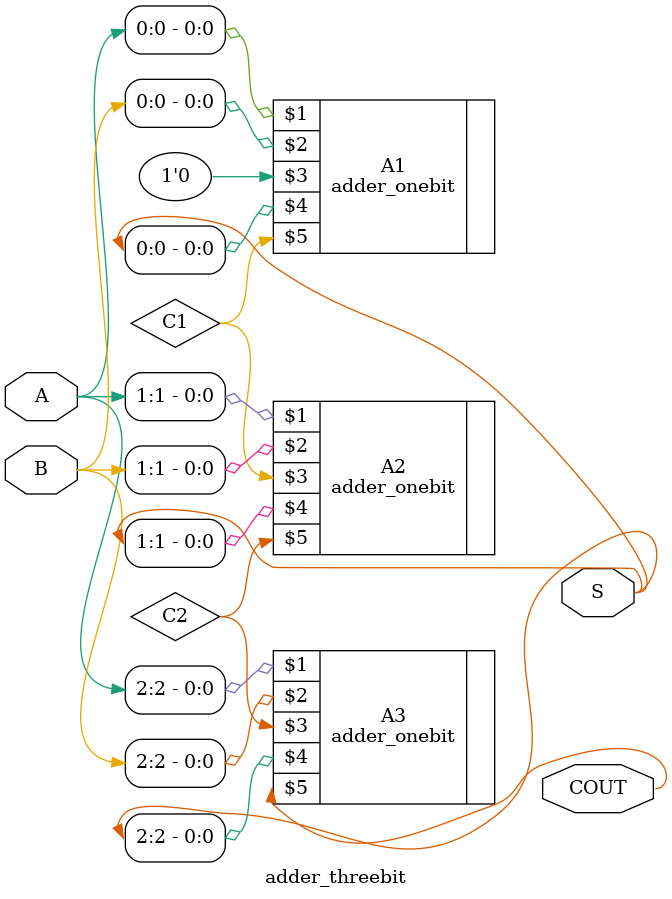
<source format=sv>
`include "adder_onebit.sv"

module adder_threebit(
	input logic [2:0] A,
	input logic [2:0] B,
	output logic [2:0] S,
	output logic COUT
	);
	
	logic C1, C2;
	
	adder_onebit A1 (A[0], B[0], 1'b0, S[0], C1);
	adder_onebit A2 (A[1], B[1], C1, S[1], C2);
	adder_onebit A3 (A[2], B[2], C2, S[2], COUT);

endmodule : adder_threebit

</source>
